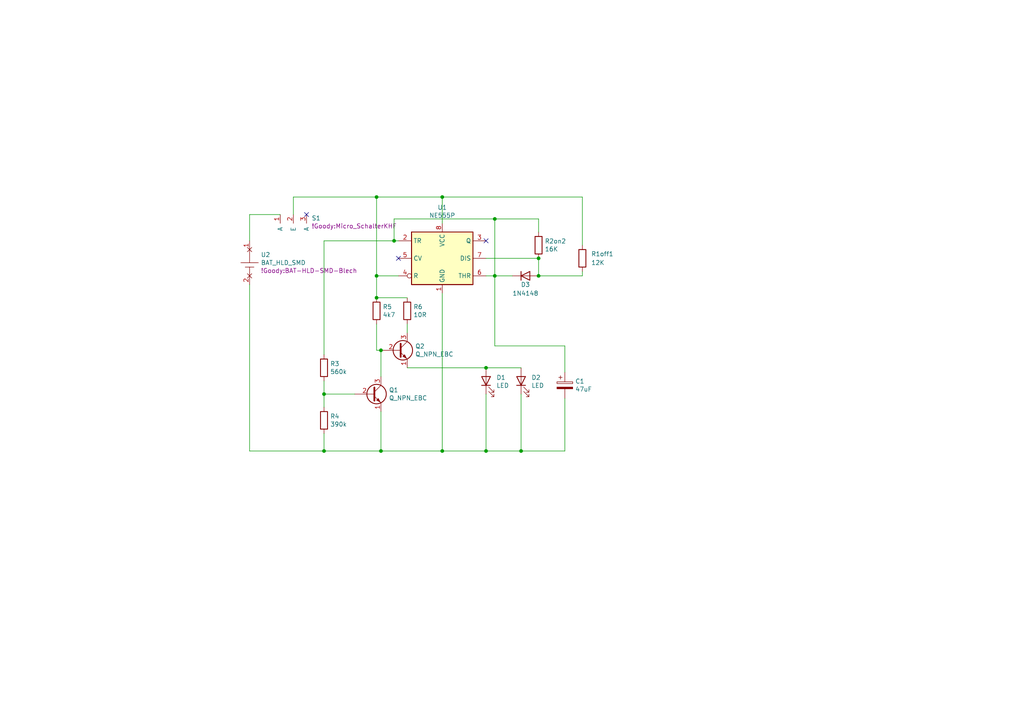
<source format=kicad_sch>
(kicad_sch (version 20230121) (generator eeschema)
  (paper "A4")
  (title_block (title "Lötübung Fledermaus I") (date "11.2023"))
  (lib_symbols
    (symbol "!Goody:BAT_HLD_SMD" (pin_names (offset 1.016))
      (property "Reference" "U" (at -5.08 0 0))
      (property "Value" "BAT_HLD_SMD" (at -10.16 3.81 0))
      (property "Footprint" "KHF_LIB:BAT-HLD-SMD" (at -15.24 6.35 0))
      (symbol "BAT_HLD_SMD_0_1"
        (rectangle (start -1.27 -1.27) (end 1.27 -1.27))
        (rectangle (start -1.27 0) (end -2.54 0))
        (rectangle (start -1.27 0) (end 1.27 0))
        (polyline (pts (xy 0 -3.81) (xy 0 -1.27)))
        (polyline (pts (xy 0 0) (xy 0 3.81)))
        (polyline (pts (xy 1.27 0) (xy 2.54 0)))
      )
      (symbol "BAT_HLD_SMD_1_1"
        (pin power_out non_logic (at 0 6.35 270) (length 2.54) (name "~") (number "1"))
        (pin power_out non_logic (at 0 -6.35 90) (length 2.54) (name "~") (number "2"))
      )
    )
    (symbol "!Goody:ELKO" (pin_numbers hide) (pin_names (offset 0.254))
      (property "Reference" "C" (at 0.635 2.54 0))
      (property "Value" "ELKO" (at 0.635 -2.54 0))
      (symbol "ELKO_0_1"
        (rectangle (start -2.286 0.508) (end 2.286 1.016))
        (polyline (pts (xy -1.778 2.286) (xy -0.762 2.286)))
        (polyline (pts (xy -1.27 2.794) (xy -1.27 1.778)))
        (rectangle (start 2.286 -0.508) (end -2.286 -1.016) (fill (type outline)))
      )
      (symbol "ELKO_1_1"
        (pin passive line (at 0 3.81 270) (length 2.794) (name "~") (number "1"))
        (pin passive line (at 0 -3.81 90) (length 2.794) (name "~") (number "2"))
      )
    )
    (symbol "!Goody:LED" (pin_numbers hide) (pin_names (offset 1.016) hide)
      (property "Reference" "D" (at 0 2.54 0))
      (property "Value" "LED" (at 2.54 -2.54 90))
      (symbol "LED_0_1"
        (polyline (pts (xy 0 -3.81) (xy 0 -1.27)))
        (polyline (pts (xy 1.27 -3.81) (xy -1.27 -3.81)) (stroke (width 0.254)))
        (polyline (pts (xy 1.27 -1.27) (xy -1.27 -1.27) (xy 0 -3.81) (xy 1.27 -1.27)) (stroke (width 0.254)))
        (polyline (pts (xy 0.762 -5.588) (xy 2.286 -7.112) (xy 2.286 -6.35) (xy 2.286 -7.112) (xy 1.524 -7.112)))
        (polyline (pts (xy 0.762 -4.318) (xy 2.286 -5.842) (xy 2.286 -5.08) (xy 2.286 -5.842) (xy 1.524 -5.842)))
      )
      (symbol "LED_1_1"
        (pin passive line (at 0 -6.35 90) (length 2.54) (name "K") (number "1"))
        (pin passive line (at 0 1.27 270) (length 2.54) (name "A") (number "2"))
      )
    )
    (symbol "!Goody:Micro_Schalter" (pin_names (offset 1.016))
      (property "Reference" "S" (at 0 0 0))
      (property "Footprint" "KHF_LIB:Micro_SchalterKHF" (at 0 0 0))
      (symbol "Micro_Schalter_1_1"
        (pin passive line (at -3.81 -2.54 270) (length 2.54) (name "A") (number "1"))
        (pin passive line (at 0 -2.54 270) (length 2.54) (name "E") (number "2"))
        (pin passive line (at 3.81 -2.54 270) (length 2.54) (name "A") (number "3"))
      )
    )
    (symbol "!Goody:R" (pin_numbers hide) (pin_names (offset 0))
      (property "Reference" "R" (at 2.032 0 90))
      (property "Value" "R" (at 0 0 90))
      (symbol "R_0_1"
        (rectangle (start -1.016 -2.54) (end 1.016 2.54) (stroke (width 0.254)))
      )
      (symbol "R_1_1"
        (pin passive line (at 0 3.81 270) (length 1.27) (name "~") (number "1"))
        (pin passive line (at 0 -3.81 90) (length 1.27) (name "~") (number "2"))
      )
    )
    (symbol "Device:Q_NPN_EBC" (pin_names (offset 0) hide)
      (property "Reference" "Q" (at 5.08 1.27 0))
      (property "Value" "Q_NPN_EBC" (at 5.08 -1.27 0))
      (symbol "Q_NPN_EBC_0_1"
        (polyline (pts (xy 0.635 0.635) (xy 2.54 2.54)))
        (polyline (pts (xy 0.635 -0.635) (xy 2.54 -2.54) (xy 2.54 -2.54)))
        (polyline (pts (xy 0.635 1.905) (xy 0.635 -1.905) (xy 0.635 -1.905)) (stroke (width 0.508)))
        (polyline (pts (xy 1.27 -1.778) (xy 1.778 -1.27) (xy 2.286 -2.286) (xy 1.27 -1.778) (xy 1.27 -1.778)) (fill (type outline)))
        (circle (center 1.27 0) (radius 2.8194) (stroke (width 0.254)))
      )
      (symbol "Q_NPN_EBC_1_1"
        (pin passive line (at 2.54 -5.08 90) (length 2.54) (name "E") (number "1"))
        (pin passive line (at -5.08 0 0) (length 5.715) (name "B") (number "2"))
        (pin passive line (at 2.54 5.08 270) (length 2.54) (name "C") (number "3"))
      )
    )
    (symbol "Diode:1N4148" (pin_numbers hide) (pin_names hide)
      (property "Reference" "D" (at 0 2.54 0))
      (property "Value" "1N4148" (at 0 -2.54 0))
      (symbol "1N4148_0_1"
        (polyline (pts (xy -1.27 1.27) (xy -1.27 -1.27)) (stroke (width 0.254)))
        (polyline (pts (xy 1.27 0) (xy -1.27 0)))
        (polyline (pts (xy 1.27 1.27) (xy 1.27 -1.27) (xy -1.27 0) (xy 1.27 1.27)) (stroke (width 0.254)))
      )
      (symbol "1N4148_1_1"
        (pin passive line (at -3.81 0 0) (length 2.54) (name "K") (number "1"))
        (pin passive line (at 3.81 0 180) (length 2.54) (name "A") (number "2"))
      )
    )
    (symbol "Timer:NE555P"
      (property "Reference" "U" (at -10.16 8.89 0))
      (property "Value" "NE555P" (at 2.54 8.89 0))
      (symbol "NE555P_0_0"
        (pin power_in line (at 0 -10.16 90) (length 2.54) (name "GND") (number "1"))
        (pin power_in line (at 0 10.16 270) (length 2.54) (name "VCC") (number "8"))
      )
      (symbol "NE555P_0_1"
        (rectangle (start -8.89 -7.62) (end 8.89 7.62) (stroke (width 0.254)) (fill (type background)))
        (rectangle (start -8.89 -7.62) (end 8.89 7.62) (stroke (width 0.254)) (fill (type background)))
      )
      (symbol "NE555P_1_1"
        (pin input line (at -12.7 5.08 0) (length 3.81) (name "TR") (number "2"))
        (pin output line (at 12.7 5.08 180) (length 3.81) (name "Q") (number "3"))
        (pin input inverted (at -12.7 -5.08 0) (length 3.81) (name "R") (number "4"))
        (pin input line (at -12.7 0 0) (length 3.81) (name "CV") (number "5"))
        (pin input line (at 12.7 -5.08 180) (length 3.81) (name "THR") (number "6"))
        (pin input line (at 12.7 0 180) (length 3.81) (name "DIS") (number "7"))
      )
    )
  )
  (junction (at 156.21 80.01))
  (junction (at 109.22 80.01))
  (junction (at 109.22 86.36))
  (junction (at 109.22 57.15))
  (junction (at 110.49 130.81))
  (junction (at 93.98 130.81))
  (junction (at 114.3 69.85))
  (junction (at 128.27 130.81))
  (junction (at 128.27 57.15))
  (junction (at 143.51 63.5))
  (junction (at 93.98 114.3))
  (junction (at 110.49 101.6))
  (junction (at 156.21 74.93))
  (junction (at 151.13 130.81))
  (junction (at 140.97 130.81))
  (junction (at 140.97 106.68))
  (junction (at 143.51 80.01))
  (no_connect (at 88.9 62.23))
  (no_connect (at 140.97 69.85))
  (no_connect (at 115.57 74.93))
  (wire (pts (xy 109.22 57.15) (xy 128.27 57.15)))
  (wire (pts (xy 156.21 80.01) (xy 168.91 80.01)))
  (wire (pts (xy 118.11 96.52) (xy 118.11 93.98)))
  (wire (pts (xy 118.11 86.36) (xy 109.22 86.36)))
  (wire (pts (xy 93.98 69.85) (xy 114.3 69.85)))
  (wire (pts (xy 93.98 125.73) (xy 93.98 130.81)))
  (wire (pts (xy 143.51 100.33) (xy 163.83 100.33)))
  (wire (pts (xy 72.39 82.55) (xy 72.39 130.81)))
  (wire (pts (xy 156.21 63.5) (xy 143.51 63.5)))
  (wire (pts (xy 72.39 130.81) (xy 93.98 130.81)))
  (wire (pts (xy 109.22 101.6) (xy 110.49 101.6)))
  (wire (pts (xy 93.98 118.11) (xy 93.98 114.3)))
  (wire (pts (xy 143.51 80.01) (xy 143.51 100.33)))
  (wire (pts (xy 109.22 86.36) (xy 109.22 80.01)))
  (wire (pts (xy 168.91 57.15) (xy 168.91 71.12)))
  (wire (pts (xy 72.39 62.23) (xy 81.28 62.23)))
  (wire (pts (xy 140.97 106.68) (xy 151.13 106.68)))
  (wire (pts (xy 93.98 114.3) (xy 93.98 110.49)))
  (wire (pts (xy 128.27 57.15) (xy 128.27 64.77)))
  (wire (pts (xy 140.97 106.68) (xy 118.11 106.68)))
  (wire (pts (xy 85.09 62.23) (xy 85.09 57.15)))
  (wire (pts (xy 128.27 57.15) (xy 168.91 57.15)))
  (wire (pts (xy 163.83 130.81) (xy 151.13 130.81)))
  (wire (pts (xy 93.98 130.81) (xy 110.49 130.81)))
  (wire (pts (xy 110.49 130.81) (xy 128.27 130.81)))
  (wire (pts (xy 163.83 100.33) (xy 163.83 107.95)))
  (wire (pts (xy 72.39 69.85) (xy 72.39 62.23)))
  (wire (pts (xy 128.27 130.81) (xy 140.97 130.81)))
  (wire (pts (xy 110.49 119.38) (xy 110.49 130.81)))
  (wire (pts (xy 140.97 130.81) (xy 151.13 130.81)))
  (wire (pts (xy 140.97 74.93) (xy 156.21 74.93)))
  (wire (pts (xy 148.59 80.01) (xy 143.51 80.01)))
  (wire (pts (xy 140.97 114.3) (xy 140.97 130.81)))
  (wire (pts (xy 156.21 67.31) (xy 156.21 63.5)))
  (wire (pts (xy 110.49 101.6) (xy 110.49 109.22)))
  (wire (pts (xy 163.83 115.57) (xy 163.83 130.81)))
  (wire (pts (xy 93.98 69.85) (xy 93.98 102.87)))
  (wire (pts (xy 156.21 74.93) (xy 156.21 80.01)))
  (wire (pts (xy 143.51 63.5) (xy 114.3 63.5)))
  (wire (pts (xy 109.22 80.01) (xy 109.22 57.15)))
  (wire (pts (xy 115.57 80.01) (xy 109.22 80.01)))
  (wire (pts (xy 168.91 80.01) (xy 168.91 78.74)))
  (wire (pts (xy 114.3 69.85) (xy 115.57 69.85)))
  (wire (pts (xy 85.09 57.15) (xy 109.22 57.15)))
  (wire (pts (xy 143.51 80.01) (xy 143.51 63.5)))
  (wire (pts (xy 102.87 114.3) (xy 93.98 114.3)))
  (wire (pts (xy 143.51 80.01) (xy 140.97 80.01)))
  (wire (pts (xy 109.22 93.98) (xy 109.22 101.6)))
  (wire (pts (xy 128.27 85.09) (xy 128.27 130.81)))
  (wire (pts (xy 151.13 130.81) (xy 151.13 114.3)))
  (wire (pts (xy 114.3 63.5) (xy 114.3 69.85)))
  (symbol (lib_id "Timer:NE555P") (at 128.27 74.93 0) (unit 1)
    (property "Reference" "U1" (at 128.27 60.1726 0))
    (property "Value" "NE555P" (at 128.27 62.484 0))
    (property "Footprint" "Package_DIP:DIP-8_W7.62mm" (effects hide))
    (property "Datasheet" "http://www.ti.com/lit/ds/symlink/ne555.pdf" (effects hide))
  )
  (symbol (lib_id "Diode:1N4148") (at 152.4 80.01 0) (unit 1)
    (property "Reference" "D3" (at 152.4 82.55 0))
    (property "Value" "1N4148" (at 152.4 85.09 0))
    (property "Footprint" "Diode_THT:D_DO-35_SOD27_P7.62mm_Horizontal" (effects hide))
    (property "Datasheet" "https://assets.nexperia.com/documents/data-sheet/1N4148_1N4448.pdf" (effects hide))
  )
  (symbol (lib_id "!Goody:ELKO") (at 163.83 111.76 0) (unit 1)
    (property "Reference" "C1" (at 166.8272 110.5916 0) (effects (justify left)))
    (property "Value" "47uF" (at 166.8272 112.903 0) (effects (justify left)))
    (property "Footprint" "Capacitor_THT:CP_Radial_D6.3mm_P2.50mm" (effects hide))
  )
  (symbol (lib_id "!Goody:R") (at 93.98 106.68 0) (unit 1)
    (property "Reference" "R3" (at 95.758 105.5116 0) (effects (justify left)))
    (property "Value" "560k" (at 95.758 107.823 0) (effects (justify left)))
    (property "Footprint" "Resistor_THT:R_Axial_DIN0207_L6.3mm_D2.5mm_P10.16mm_Horizontal" (effects hide))
  )
  (symbol (lib_id "!Goody:R") (at 93.98 121.92 0) (unit 1)
    (property "Reference" "R4" (at 95.758 120.7516 0) (effects (justify left)))
    (property "Value" "390k" (at 95.758 123.063 0) (effects (justify left)))
    (property "Footprint" "Resistor_THT:R_Axial_DIN0207_L6.3mm_D2.5mm_P10.16mm_Horizontal" (effects hide))
  )
  (symbol (lib_id "Device:Q_NPN_EBC") (at 107.95 114.3 0) (unit 1)
    (property "Reference" "Q1" (at 112.8014 113.1316 0) (effects (justify left)))
    (property "Value" "Q_NPN_EBC" (at 112.8014 115.443 0) (effects (justify left)))
    (property "Footprint" "!Goody:TO-92L_Wide" (effects hide))
  )
  (symbol (lib_id "Device:Q_NPN_EBC") (at 115.57 101.6 0) (unit 1)
    (property "Reference" "Q2" (at 120.4214 100.4316 0) (effects (justify left)))
    (property "Value" "Q_NPN_EBC" (at 120.4214 102.743 0) (effects (justify left)))
    (property "Footprint" "!Goody:TO-92L_Wide" (effects hide))
  )
  (symbol (lib_id "!Goody:LED") (at 140.97 107.95 0) (unit 1)
    (property "Reference" "D1" (at 143.9672 109.4994 0) (effects (justify left)))
    (property "Value" "LED" (at 143.9672 111.8108 0) (effects (justify left)))
    (property "Footprint" "LED_THT:LED_D5.0mm" (effects hide))
  )
  (symbol (lib_id "!Goody:LED") (at 151.13 107.95 0) (unit 1)
    (property "Reference" "D2" (at 154.1272 109.4994 0) (effects (justify left)))
    (property "Value" "LED" (at 154.1272 111.8108 0) (effects (justify left)))
    (property "Footprint" "LED_THT:LED_D5.0mm" (effects hide))
  )
  (symbol (lib_id "!Goody:BAT_HLD_SMD") (at 72.39 76.2 0) (unit 1)
    (property "Reference" "U2" (at 75.6412 73.8886 0) (effects (justify left)))
    (property "Value" "BAT_HLD_SMD" (at 75.6412 76.2 0) (effects (justify left)))
    (property "Footprint" "!Goody:BAT-HLD-SMD-Blech" (at 75.6412 78.5114 0) (effects (justify left)))
  )
  (symbol (lib_id "!Goody:Micro_Schalter") (at 85.09 59.69 0) (unit 1)
    (property "Reference" "S1" (at 90.3732 63.2714 0) (effects (justify left)))
    (property "Value" "Micro_Schalter" (effects hide))
    (property "Footprint" "!Goody:Micro_SchalterKHF" (at 90.3732 65.5828 0) (effects (justify left)))
  )
  (symbol (lib_id "!Goody:R") (at 118.11 90.17 0) (unit 1)
    (property "Reference" "R6" (at 119.888 89.0016 0) (effects (justify left)))
    (property "Value" "10R" (at 119.888 91.313 0) (effects (justify left)))
    (property "Footprint" "Resistor_THT:R_Axial_DIN0207_L6.3mm_D2.5mm_P10.16mm_Horizontal" (effects hide))
  )
  (symbol (lib_id "!Goody:R") (at 109.22 90.17 0) (unit 1)
    (property "Reference" "R5" (at 110.998 89.0016 0) (effects (justify left)))
    (property "Value" "4k7" (at 110.998 91.313 0) (effects (justify left)))
    (property "Footprint" "Resistor_THT:R_Axial_DIN0207_L6.3mm_D2.5mm_P10.16mm_Horizontal" (effects hide))
  )
  (symbol (lib_id "!Goody:R") (at 156.21 71.12 0) (unit 1)
    (property "Reference" "R2on2" (at 157.988 69.9516 0) (effects (justify left)))
    (property "Value" "16K" (at 157.988 72.263 0) (effects (justify left)))
    (property "Footprint" "Resistor_THT:R_Axial_DIN0207_L6.3mm_D2.5mm_P10.16mm_Horizontal" (effects hide))
  )
  (symbol (lib_id "!Goody:R") (at 168.91 74.93 0) (unit 1)
    (property "Reference" "R1off1" (at 171.45 73.66 0) (effects (justify left)))
    (property "Value" "12K" (at 171.45 76.2 0) (effects (justify left)))
    (property "Footprint" "Resistor_THT:R_Axial_DIN0207_L6.3mm_D2.5mm_P10.16mm_Horizontal" (effects hide))
  )
)
</source>
